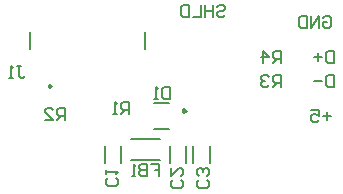
<source format=gbo>
G04*
G04 #@! TF.GenerationSoftware,Altium Limited,Altium Designer,23.11.1 (41)*
G04*
G04 Layer_Color=32896*
%FSLAX25Y25*%
%MOIN*%
G70*
G04*
G04 #@! TF.SameCoordinates,84374296-2AA4-43A0-BDA8-580E4E68A88C*
G04*
G04*
G04 #@! TF.FilePolarity,Positive*
G04*
G01*
G75*
%ADD10C,0.00600*%
%ADD42C,0.00984*%
%ADD43C,0.00787*%
%ADD44C,0.00598*%
D10*
X113974Y65940D02*
X114640Y66607D01*
X115973D01*
X116640Y65940D01*
Y65274D01*
X115973Y64607D01*
X114640D01*
X113974Y63941D01*
Y63274D01*
X114640Y62608D01*
X115973D01*
X116640Y63274D01*
X112641Y66607D02*
Y62608D01*
Y64607D01*
X109975D01*
Y66607D01*
Y62608D01*
X108642Y66607D02*
Y62608D01*
X105977D01*
X104644Y66607D02*
Y62608D01*
X102644D01*
X101978Y63274D01*
Y65940D01*
X102644Y66607D01*
X104644D01*
X151959Y29528D02*
X149293D01*
X150626Y30860D02*
Y28195D01*
X145295Y31527D02*
X147960D01*
Y29528D01*
X146627Y30194D01*
X145961D01*
X145295Y29528D01*
Y28195D01*
X145961Y27528D01*
X147294D01*
X147960Y28195D01*
X152943Y43338D02*
Y39339D01*
X150944D01*
X150277Y40006D01*
Y42671D01*
X150944Y43338D01*
X152943D01*
X148945Y41339D02*
X146279D01*
X152943Y51212D02*
Y47213D01*
X150944D01*
X150277Y47880D01*
Y50546D01*
X150944Y51212D01*
X152943D01*
X148945Y49213D02*
X146279D01*
X147612Y50546D02*
Y47880D01*
X149293Y62357D02*
X149960Y63023D01*
X151293D01*
X151959Y62357D01*
Y59691D01*
X151293Y59024D01*
X149960D01*
X149293Y59691D01*
Y61024D01*
X150626D01*
X147960Y59024D02*
Y63023D01*
X145295Y59024D01*
Y63023D01*
X143962D02*
Y59024D01*
X141962D01*
X141296Y59691D01*
Y62357D01*
X141962Y63023D01*
X143962D01*
X84556Y30481D02*
Y34480D01*
X82556D01*
X81890Y33813D01*
Y32480D01*
X82556Y31814D01*
X84556D01*
X83223D02*
X81890Y30481D01*
X80557D02*
X79224D01*
X79890D01*
Y34480D01*
X80557Y33813D01*
X101727Y8192D02*
X102393Y7525D01*
Y6193D01*
X101727Y5526D01*
X99061D01*
X98394Y6193D01*
Y7525D01*
X99061Y8192D01*
X98394Y12190D02*
Y9525D01*
X101060Y12190D01*
X101727D01*
X102393Y11524D01*
Y10191D01*
X101727Y9525D01*
X63175Y28512D02*
Y32511D01*
X61175D01*
X60509Y31845D01*
Y30512D01*
X61175Y29845D01*
X63175D01*
X61842D02*
X60509Y28512D01*
X56510D02*
X59176D01*
X56510Y31178D01*
Y31845D01*
X57177Y32511D01*
X58510D01*
X59176Y31845D01*
X80073Y8858D02*
X80739Y8192D01*
Y6859D01*
X80073Y6193D01*
X77407D01*
X76741Y6859D01*
Y8192D01*
X77407Y8858D01*
X76741Y10191D02*
Y11524D01*
Y10858D01*
X80739D01*
X80073Y10191D01*
X110585Y8192D02*
X111251Y7525D01*
Y6193D01*
X110585Y5526D01*
X107919D01*
X107253Y6193D01*
Y7525D01*
X107919Y8192D01*
X110585Y9525D02*
X111251Y10191D01*
Y11524D01*
X110585Y12190D01*
X109918D01*
X109252Y11524D01*
Y10858D01*
Y11524D01*
X108586Y12190D01*
X107919D01*
X107253Y11524D01*
Y10191D01*
X107919Y9525D01*
X135227Y47213D02*
Y51212D01*
X133227D01*
X132561Y50546D01*
Y49213D01*
X133227Y48546D01*
X135227D01*
X133894D02*
X132561Y47213D01*
X129229D02*
Y51212D01*
X131228Y49213D01*
X128562D01*
X135227Y39339D02*
Y43338D01*
X133227D01*
X132561Y42671D01*
Y41339D01*
X133227Y40672D01*
X135227D01*
X133894D02*
X132561Y39339D01*
X131228Y42671D02*
X130562Y43338D01*
X129229D01*
X128562Y42671D01*
Y42005D01*
X129229Y41339D01*
X129895D01*
X129229D01*
X128562Y40672D01*
Y40006D01*
X129229Y39339D01*
X130562D01*
X131228Y40006D01*
X92051Y13584D02*
X94717D01*
Y11585D01*
X93384D01*
X94717D01*
Y9585D01*
X90718Y13584D02*
Y9585D01*
X88718D01*
X88052Y10252D01*
Y10918D01*
X88718Y11585D01*
X90718D01*
X88718D01*
X88052Y12251D01*
Y12918D01*
X88718Y13584D01*
X90718D01*
X86719Y9585D02*
X85386D01*
X86053D01*
Y13584D01*
X86719Y12918D01*
D42*
X103445Y31457D02*
X102707Y31883D01*
Y31030D01*
X103445Y31457D01*
X58504Y39705D02*
X57766Y40131D01*
Y39279D01*
X58504Y39705D01*
D43*
X92913Y25197D02*
X98032D01*
X92913Y33858D02*
X98032D01*
X103580Y13889D02*
Y19686D01*
X98176Y13889D02*
Y19686D01*
X81926Y13889D02*
Y19686D01*
X76523Y13889D02*
Y19686D01*
X111454Y13889D02*
Y19686D01*
X106051Y13889D02*
Y19686D01*
X85212Y15013D02*
X94890D01*
X85212Y21936D02*
X94890D01*
X51713Y52008D02*
Y57835D01*
X90020Y52008D02*
Y57835D01*
D44*
X98138Y39401D02*
Y35402D01*
X96139D01*
X95472Y36069D01*
Y38734D01*
X96139Y39401D01*
X98138D01*
X94139Y35402D02*
X92807D01*
X93473D01*
Y39401D01*
X94139Y38734D01*
X47244Y46291D02*
X48577D01*
X47910D01*
Y42958D01*
X48577Y42292D01*
X49243D01*
X49910Y42958D01*
X45911Y42292D02*
X44578D01*
X45245D01*
Y46291D01*
X45911Y45624D01*
M02*

</source>
